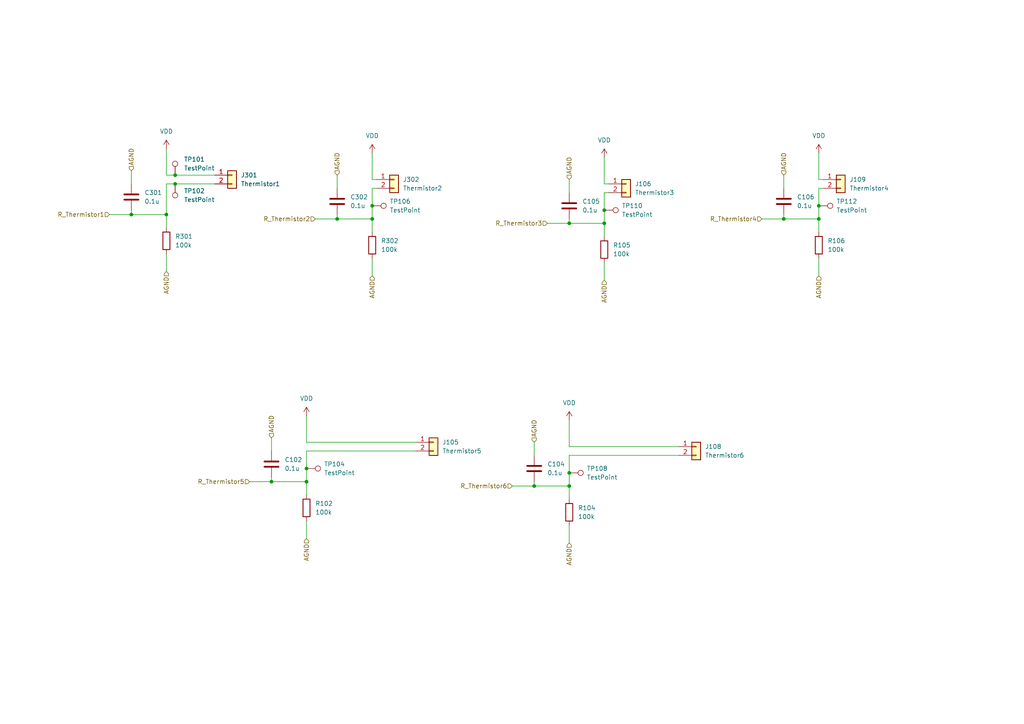
<source format=kicad_sch>
(kicad_sch (version 20250114) (generator "eeschema") (generator_version "9.0")
  (paper "A4")
  (lib_symbols
    (symbol "Connector:TestPoint" (pin_numbers (hide yes)) (pin_names (offset 0.762) (hide yes))
      (property "Reference" "TP" (at 0 6.858 0))
      (property "Value" "TestPoint" (at 0 5.08 0))
      (symbol "TestPoint_0_1"
        (circle (center 0 3.302) (radius 0.762))
      )
      (symbol "TestPoint_1_1"
        (pin passive line (at 0 0 90) (length 2.54) (name "1") (number "1"))
      )
    )
    (symbol "Connector_Generic:Conn_01x02" (pin_names (offset 1.016) (hide yes))
      (property "Reference" "J" (at 0 2.54 0))
      (property "Value" "Conn_01x02" (at 0 -5.08 0))
      (symbol "Conn_01x02_1_1"
        (rectangle (start -1.27 1.27) (end 1.27 -3.81) (stroke (width 0.254)) (fill (type background)))
        (rectangle (start -1.27 0.127) (end 0 -0.127) (stroke (width 0.1524)))
        (rectangle (start -1.27 -2.413) (end 0 -2.667) (stroke (width 0.1524)))
        (pin passive line (at -5.08 0 0) (length 3.81) (name "Pin_1") (number "1"))
        (pin passive line (at -5.08 -2.54 0) (length 3.81) (name "Pin_2") (number "2"))
      )
    )
    (symbol "Device:C" (pin_numbers (hide yes)) (pin_names (offset 0.254))
      (property "Reference" "C" (at 0.635 2.54 0))
      (property "Value" "C" (at 0.635 -2.54 0))
      (symbol "C_0_1"
        (polyline (pts (xy -2.032 0.762) (xy 2.032 0.762)) (stroke (width 0.508)))
        (polyline (pts (xy -2.032 -0.762) (xy 2.032 -0.762)) (stroke (width 0.508)))
      )
      (symbol "C_1_1"
        (pin passive line (at 0 3.81 270) (length 2.794) (name "~") (number "1"))
        (pin passive line (at 0 -3.81 90) (length 2.794) (name "~") (number "2"))
      )
    )
    (symbol "Device:R" (pin_numbers (hide yes)) (pin_names (offset 0))
      (property "Reference" "R" (at 2.032 0 90))
      (property "Value" "R" (at 0 0 90))
      (symbol "R_0_1"
        (rectangle (start -1.016 -2.54) (end 1.016 2.54) (stroke (width 0.254)))
      )
      (symbol "R_1_1"
        (pin passive line (at 0 3.81 270) (length 1.27) (name "~") (number "1"))
        (pin passive line (at 0 -3.81 90) (length 1.27) (name "~") (number "2"))
      )
    )
    (symbol "power:+3V3" (power) (pin_numbers (hide yes)) (pin_names (offset 0) (hide yes))
      (property "Value" "+3V3" (at 0 3.556 0))
      (symbol "+3V3_0_1"
        (polyline (pts (xy -0.762 1.27) (xy 0 2.54)))
        (polyline (pts (xy 0 2.54) (xy 0.762 1.27)))
        (polyline (pts (xy 0 0) (xy 0 2.54)))
      )
      (symbol "+3V3_1_1"
        (pin power_in line (at 0 0 90) (length 0) (name "~") (number "1"))
      )
    )
  )
  (junction (at 165.1 137.16))
  (junction (at 237.49 63.5))
  (junction (at 175.26 60.96))
  (junction (at 50.8 53.34))
  (junction (at 175.26 64.77))
  (junction (at 88.9 139.7))
  (junction (at 237.49 59.69))
  (junction (at 50.8 50.8))
  (junction (at 38.1 62.23))
  (junction (at 78.74 139.7))
  (junction (at 88.9 135.89))
  (junction (at 165.1 64.77))
  (junction (at 48.26 62.23))
  (junction (at 154.94 140.97))
  (junction (at 107.95 63.5))
  (junction (at 165.1 140.97))
  (junction (at 107.95 59.69))
  (junction (at 97.79 63.5))
  (junction (at 227.33 63.5))
  (wire (pts (xy 78.74 127) (xy 78.74 130.81)))
  (wire (pts (xy 107.95 44.45) (xy 107.95 52.07)))
  (wire (pts (xy 78.74 139.7) (xy 88.9 139.7)))
  (wire (pts (xy 175.26 55.88) (xy 176.53 55.88)))
  (wire (pts (xy 72.39 139.7) (xy 78.74 139.7)))
  (wire (pts (xy 91.44 63.5) (xy 97.79 63.5)))
  (wire (pts (xy 165.1 132.08) (xy 196.85 132.08)))
  (wire (pts (xy 165.1 64.77) (xy 175.26 64.77)))
  (wire (pts (xy 38.1 49.53) (xy 38.1 53.34)))
  (wire (pts (xy 237.49 54.61) (xy 237.49 59.69)))
  (wire (pts (xy 97.79 62.23) (xy 97.79 63.5)))
  (wire (pts (xy 165.1 121.92) (xy 165.1 129.54)))
  (wire (pts (xy 237.49 44.45) (xy 237.49 52.07)))
  (wire (pts (xy 31.75 62.23) (xy 38.1 62.23)))
  (wire (pts (xy 88.9 135.89) (xy 88.9 139.7)))
  (wire (pts (xy 165.1 152.4) (xy 165.1 157.48)))
  (wire (pts (xy 97.79 63.5) (xy 107.95 63.5)))
  (wire (pts (xy 158.75 64.77) (xy 165.1 64.77)))
  (wire (pts (xy 48.26 73.66) (xy 48.26 78.74)))
  (wire (pts (xy 88.9 151.13) (xy 88.9 156.21)))
  (wire (pts (xy 227.33 62.23) (xy 227.33 63.5)))
  (wire (pts (xy 48.26 62.23) (xy 48.26 66.04)))
  (wire (pts (xy 88.9 139.7) (xy 88.9 143.51)))
  (wire (pts (xy 107.95 54.61) (xy 107.95 59.69)))
  (wire (pts (xy 107.95 59.69) (xy 107.95 63.5)))
  (wire (pts (xy 165.1 140.97) (xy 165.1 144.78)))
  (wire (pts (xy 107.95 74.93) (xy 107.95 80.01)))
  (wire (pts (xy 148.59 140.97) (xy 154.94 140.97)))
  (wire (pts (xy 227.33 50.8) (xy 227.33 54.61)))
  (wire (pts (xy 237.49 59.69) (xy 237.49 63.5)))
  (wire (pts (xy 175.26 45.72) (xy 175.26 53.34)))
  (wire (pts (xy 175.26 76.2) (xy 175.26 81.28)))
  (wire (pts (xy 165.1 137.16) (xy 165.1 140.97)))
  (wire (pts (xy 78.74 138.43) (xy 78.74 139.7)))
  (wire (pts (xy 88.9 128.27) (xy 120.65 128.27)))
  (wire (pts (xy 237.49 54.61) (xy 238.76 54.61)))
  (wire (pts (xy 238.76 52.07) (xy 237.49 52.07)))
  (wire (pts (xy 109.22 52.07) (xy 107.95 52.07)))
  (wire (pts (xy 175.26 55.88) (xy 175.26 60.96)))
  (wire (pts (xy 107.95 63.5) (xy 107.95 67.31)))
  (wire (pts (xy 175.26 64.77) (xy 175.26 68.58)))
  (wire (pts (xy 88.9 130.81) (xy 88.9 135.89)))
  (wire (pts (xy 88.9 130.81) (xy 120.65 130.81)))
  (wire (pts (xy 48.26 53.34) (xy 48.26 62.23)))
  (wire (pts (xy 62.23 50.8) (xy 50.8 50.8)))
  (wire (pts (xy 50.8 53.34) (xy 62.23 53.34)))
  (wire (pts (xy 38.1 60.96) (xy 38.1 62.23)))
  (wire (pts (xy 165.1 132.08) (xy 165.1 137.16)))
  (wire (pts (xy 165.1 52.07) (xy 165.1 55.88)))
  (wire (pts (xy 176.53 53.34) (xy 175.26 53.34)))
  (wire (pts (xy 50.8 50.8) (xy 48.26 50.8)))
  (wire (pts (xy 38.1 62.23) (xy 48.26 62.23)))
  (wire (pts (xy 175.26 60.96) (xy 175.26 64.77)))
  (wire (pts (xy 88.9 120.65) (xy 88.9 128.27)))
  (wire (pts (xy 165.1 129.54) (xy 196.85 129.54)))
  (wire (pts (xy 154.94 140.97) (xy 165.1 140.97)))
  (wire (pts (xy 220.98 63.5) (xy 227.33 63.5)))
  (wire (pts (xy 165.1 63.5) (xy 165.1 64.77)))
  (wire (pts (xy 237.49 63.5) (xy 237.49 67.31)))
  (wire (pts (xy 97.79 50.8) (xy 97.79 54.61)))
  (wire (pts (xy 237.49 74.93) (xy 237.49 80.01)))
  (wire (pts (xy 48.26 53.34) (xy 50.8 53.34)))
  (wire (pts (xy 107.95 54.61) (xy 109.22 54.61)))
  (wire (pts (xy 227.33 63.5) (xy 237.49 63.5)))
  (wire (pts (xy 48.26 50.8) (xy 48.26 43.18)))
  (wire (pts (xy 154.94 139.7) (xy 154.94 140.97)))
  (wire (pts (xy 154.94 128.27) (xy 154.94 132.08)))
  (hierarchical_label "R_Thermistor4" (shape input) (at 220.98 63.5 180))
  (hierarchical_label "R_Thermistor1" (shape input) (at 31.75 62.23 180))
  (hierarchical_label "R_Thermistor5" (shape input) (at 72.39 139.7 180))
  (hierarchical_label "AGND" (shape input) (at 107.95 80.01 270))
  (hierarchical_label "AGND" (shape input) (at 97.79 50.8 90))
  (hierarchical_label "R_Thermistor2" (shape input) (at 91.44 63.5 180))
  (hierarchical_label "AGND" (shape input) (at 165.1 157.48 270))
  (hierarchical_label "AGND" (shape input) (at 154.94 128.27 90))
  (hierarchical_label "AGND" (shape input) (at 237.49 80.01 270))
  (hierarchical_label "AGND" (shape input) (at 88.9 156.21 270))
  (hierarchical_label "AGND" (shape input) (at 78.74 127 90))
  (hierarchical_label "AGND" (shape input) (at 165.1 52.07 90))
  (hierarchical_label "AGND" (shape input) (at 38.1 49.53 90))
  (hierarchical_label "AGND" (shape input) (at 48.26 78.74 270))
  (hierarchical_label "AGND" (shape input) (at 227.33 50.8 90))
  (hierarchical_label "R_Thermistor6" (shape input) (at 148.59 140.97 180))
  (hierarchical_label "R_Thermistor3" (shape input) (at 158.75 64.77 180))
  (hierarchical_label "AGND" (shape input) (at 175.26 81.28 270))
  (symbol (lib_id "Device:C") (at 154.94 135.89 0) (unit 1)
    (property "Reference" "C104" (at 158.75 134.6199 0) (effects (justify left)))
    (property "Value" "0.1u" (at 158.75 137.1599 0) (effects (justify left)))
    (property "Footprint" "Capacitor_THT:C_Axial_L3.8mm_D2.6mm_P7.50mm_Horizontal" (effects (hide yes)))
    (property "Description" "Unpolarized capacitor" (effects (hide yes)))
  )
  (symbol (lib_id "power:+3V3") (at 237.49 44.45 0) (unit 1)
    (property "Reference" "#PWR0204" (effects (hide yes)))
    (property "Value" "VDD" (at 237.49 39.37 0))
    (property "Description" "Power symbol creates a global label with name \"+3V3\"" (effects (hide yes)))
  )
  (symbol (lib_id "Connector:TestPoint") (at 237.49 59.69 270) (unit 1)
    (property "Reference" "TP112" (at 242.57 58.4199 90) (effects (justify left)))
    (property "Value" "TestPoint" (at 242.57 60.9599 90) (effects (justify left)))
    (property "Footprint" "Connector_PinHeader_2.54mm:PinHeader_1x01_P2.54mm_Vertical" (effects (hide yes)))
    (property "Description" "test point" (effects (hide yes)))
  )
  (symbol (lib_id "Connector:TestPoint") (at 175.26 60.96 270) (unit 1)
    (property "Reference" "TP110" (at 180.34 59.6899 90) (effects (justify left)))
    (property "Value" "TestPoint" (at 180.34 62.2299 90) (effects (justify left)))
    (property "Footprint" "Connector_PinHeader_2.54mm:PinHeader_1x01_P2.54mm_Vertical" (effects (hide yes)))
    (property "Description" "test point" (effects (hide yes)))
  )
  (symbol (lib_id "Connector:TestPoint") (at 50.8 53.34 180) (unit 1)
    (property "Reference" "TP102" (at 53.34 55.3719 0) (effects (justify right)))
    (property "Value" "TestPoint" (at 53.34 57.9119 0) (effects (justify right)))
    (property "Footprint" "Connector_PinHeader_2.54mm:PinHeader_1x01_P2.54mm_Vertical" (effects (hide yes)))
    (property "Description" "test point" (effects (hide yes)))
  )
  (symbol (lib_id "Connector_Generic:Conn_01x02") (at 67.31 50.8 0) (unit 1)
    (property "Reference" "J102" (at 69.85 50.7999 0) (effects (justify left)))
    (property "Value" "Thermistor1" (at 69.85 53.3399 0) (effects (justify left)))
    (property "Footprint" "Connector_JST:JST_PH_B2B-PH-K_1x02_P2.00mm_Vertical" (effects (hide yes)))
    (property "Description" "Generic connector, single row, 01x02, script generated (kicad-library-utils/schlib/autogen/connector/)" (effects (hide yes)))
    (instances (project "" (path "" (reference "J301") (unit 1))) (project "" (path "" (reference "J102") (unit 1))))
  )
  (symbol (lib_id "Device:C") (at 97.79 58.42 0) (unit 1)
    (property "Reference" "C103" (at 101.6 57.1499 0) (effects (justify left)))
    (property "Value" "0.1u" (at 101.6 59.6899 0) (effects (justify left)))
    (property "Footprint" "Capacitor_THT:C_Axial_L3.8mm_D2.6mm_P7.50mm_Horizontal" (effects (hide yes)))
    (property "Description" "Unpolarized capacitor" (effects (hide yes)))
    (instances (project "heater-controller" (path "" (reference "C302") (unit 1))) (project "heater-controller" (path "" (reference "C103") (unit 1))))
  )
  (symbol (lib_id "Device:C") (at 78.74 134.62 0) (unit 1)
    (property "Reference" "C102" (at 82.55 133.3499 0) (effects (justify left)))
    (property "Value" "0.1u" (at 82.55 135.8899 0) (effects (justify left)))
    (property "Footprint" "Capacitor_THT:C_Axial_L3.8mm_D2.6mm_P7.50mm_Horizontal" (effects (hide yes)))
    (property "Description" "Unpolarized capacitor" (effects (hide yes)))
  )
  (symbol (lib_id "Device:R") (at 175.26 72.39 0) (unit 1)
    (property "Reference" "R105" (at 177.8 71.1199 0) (effects (justify left)))
    (property "Value" "100k" (at 177.8 73.6599 0) (effects (justify left)))
    (property "Footprint" "Resistor_THT:R_Axial_DIN0204_L3.6mm_D1.6mm_P5.08mm_Horizontal" (effects (hide yes)))
    (property "Description" "Resistor" (effects (hide yes)))
  )
  (symbol (lib_id "Connector_Generic:Conn_01x02") (at 181.61 53.34 0) (unit 1)
    (property "Reference" "J106" (at 184.15 53.3399 0) (effects (justify left)))
    (property "Value" "Thermistor3" (at 184.15 55.8799 0) (effects (justify left)))
    (property "Footprint" "Connector_JST:JST_PH_B2B-PH-K_1x02_P2.00mm_Vertical" (effects (hide yes)))
    (property "Description" "Generic connector, single row, 01x02, script generated (kicad-library-utils/schlib/autogen/connector/)" (effects (hide yes)))
  )
  (symbol (lib_id "Device:R") (at 88.9 147.32 0) (unit 1)
    (property "Reference" "R102" (at 91.44 146.0499 0) (effects (justify left)))
    (property "Value" "100k" (at 91.44 148.5899 0) (effects (justify left)))
    (property "Footprint" "Resistor_THT:R_Axial_DIN0204_L3.6mm_D1.6mm_P5.08mm_Horizontal" (effects (hide yes)))
    (property "Description" "Resistor" (effects (hide yes)))
  )
  (symbol (lib_id "Device:R") (at 107.95 71.12 0) (unit 1)
    (property "Reference" "R103" (at 110.49 69.8499 0) (effects (justify left)))
    (property "Value" "100k" (at 110.49 72.3899 0) (effects (justify left)))
    (property "Footprint" "Resistor_THT:R_Axial_DIN0204_L3.6mm_D1.6mm_P5.08mm_Horizontal" (effects (hide yes)))
    (property "Description" "Resistor" (effects (hide yes)))
    (instances (project "heater-controller" (path "" (reference "R302") (unit 1))) (project "heater-controller" (path "" (reference "R103") (unit 1))))
  )
  (symbol (lib_id "Device:R") (at 165.1 148.59 0) (unit 1)
    (property "Reference" "R104" (at 167.64 147.3199 0) (effects (justify left)))
    (property "Value" "100k" (at 167.64 149.8599 0) (effects (justify left)))
    (property "Footprint" "Resistor_THT:R_Axial_DIN0204_L3.6mm_D1.6mm_P5.08mm_Horizontal" (effects (hide yes)))
    (property "Description" "Resistor" (effects (hide yes)))
  )
  (symbol (lib_id "Device:R") (at 237.49 71.12 0) (unit 1)
    (property "Reference" "R106" (at 240.03 69.8499 0) (effects (justify left)))
    (property "Value" "100k" (at 240.03 72.3899 0) (effects (justify left)))
    (property "Footprint" "Resistor_THT:R_Axial_DIN0204_L3.6mm_D1.6mm_P5.08mm_Horizontal" (effects (hide yes)))
    (property "Description" "Resistor" (effects (hide yes)))
  )
  (symbol (lib_id "Device:C") (at 38.1 57.15 0) (unit 1)
    (property "Reference" "C101" (at 41.91 55.8799 0) (effects (justify left)))
    (property "Value" "0.1u" (at 41.91 58.4199 0) (effects (justify left)))
    (property "Footprint" "Capacitor_THT:C_Axial_L3.8mm_D2.6mm_P7.50mm_Horizontal" (effects (hide yes)))
    (property "Description" "Unpolarized capacitor" (effects (hide yes)))
    (instances (project "" (path "" (reference "C301") (unit 1))) (project "" (path "" (reference "C101") (unit 1))))
  )
  (symbol (lib_id "power:+3V3") (at 107.95 44.45 0) (unit 1)
    (property "Reference" "#PWR0202" (effects (hide yes)))
    (property "Value" "VDD" (at 107.95 39.37 0))
    (property "Description" "Power symbol creates a global label with name \"+3V3\"" (effects (hide yes)))
    (instances (project "heater-controller" (path "" (reference "#PWR011") (unit 1))) (project "heater-controller" (path "" (reference "#PWR0202") (unit 1))))
  )
  (symbol (lib_id "Connector_Generic:Conn_01x02") (at 114.3 52.07 0) (unit 1)
    (property "Reference" "J104" (at 116.84 52.0699 0) (effects (justify left)))
    (property "Value" "Thermistor2" (at 116.84 54.6099 0) (effects (justify left)))
    (property "Footprint" "Connector_JST:JST_PH_B2B-PH-K_1x02_P2.00mm_Vertical" (effects (hide yes)))
    (property "Description" "Generic connector, single row, 01x02, script generated (kicad-library-utils/schlib/autogen/connector/)" (effects (hide yes)))
    (instances (project "heater-controller" (path "" (reference "J302") (unit 1))) (project "heater-controller" (path "" (reference "J104") (unit 1))))
  )
  (symbol (lib_id "power:+3V3") (at 48.26 43.18 0) (unit 1)
    (property "Reference" "#PWR0201" (effects (hide yes)))
    (property "Value" "VDD" (at 48.26 38.1 0))
    (property "Description" "Power symbol creates a global label with name \"+3V3\"" (effects (hide yes)))
    (instances (project "" (path "" (reference "#PWR018") (unit 1))) (project "" (path "" (reference "#PWR0201") (unit 1))))
  )
  (symbol (lib_id "Connector_Generic:Conn_01x02") (at 243.84 52.07 0) (unit 1)
    (property "Reference" "J109" (at 246.38 52.0699 0) (effects (justify left)))
    (property "Value" "Thermistor4" (at 246.38 54.6099 0) (effects (justify left)))
    (property "Footprint" "Connector_JST:JST_PH_B2B-PH-K_1x02_P2.00mm_Vertical" (effects (hide yes)))
    (property "Description" "Generic connector, single row, 01x02, script generated (kicad-library-utils/schlib/autogen/connector/)" (effects (hide yes)))
  )
  (symbol (lib_id "Connector:TestPoint") (at 50.8 50.8 0) (unit 1)
    (property "Reference" "TP101" (at 53.34 46.2279 0) (effects (justify left)))
    (property "Value" "TestPoint" (at 53.34 48.7679 0) (effects (justify left)))
    (property "Footprint" "Connector_PinHeader_2.54mm:PinHeader_1x01_P2.54mm_Vertical" (effects (hide yes)))
    (property "Description" "test point" (effects (hide yes)))
  )
  (symbol (lib_id "Connector:TestPoint") (at 107.95 59.69 270) (unit 1)
    (property "Reference" "TP106" (at 113.03 58.4199 90) (effects (justify left)))
    (property "Value" "TestPoint" (at 113.03 60.9599 90) (effects (justify left)))
    (property "Footprint" "Connector_PinHeader_2.54mm:PinHeader_1x01_P2.54mm_Vertical" (effects (hide yes)))
    (property "Description" "test point" (effects (hide yes)))
  )
  (symbol (lib_id "Connector_Generic:Conn_01x02") (at 125.73 128.27 0) (unit 1)
    (property "Reference" "J105" (at 128.27 128.2699 0) (effects (justify left)))
    (property "Value" "Thermistor5" (at 128.27 130.8099 0) (effects (justify left)))
    (property "Footprint" "Connector_JST:JST_PH_B2B-PH-K_1x02_P2.00mm_Vertical" (effects (hide yes)))
    (property "Description" "Generic connector, single row, 01x02, script generated (kicad-library-utils/schlib/autogen/connector/)" (effects (hide yes)))
  )
  (symbol (lib_id "Device:C") (at 227.33 58.42 0) (unit 1)
    (property "Reference" "C106" (at 231.14 57.1499 0) (effects (justify left)))
    (property "Value" "0.1u" (at 231.14 59.6899 0) (effects (justify left)))
    (property "Footprint" "Capacitor_THT:C_Axial_L3.8mm_D2.6mm_P7.50mm_Horizontal" (effects (hide yes)))
    (property "Description" "Unpolarized capacitor" (effects (hide yes)))
  )
  (symbol (lib_id "Connector:TestPoint") (at 165.1 137.16 270) (unit 1)
    (property "Reference" "TP108" (at 170.18 135.8899 90) (effects (justify left)))
    (property "Value" "TestPoint" (at 170.18 138.4299 90) (effects (justify left)))
    (property "Footprint" "Connector_PinHeader_2.54mm:PinHeader_1x01_P2.54mm_Vertical" (effects (hide yes)))
    (property "Description" "test point" (effects (hide yes)))
  )
  (symbol (lib_id "Device:R") (at 48.26 69.85 0) (unit 1)
    (property "Reference" "R101" (at 50.8 68.5799 0) (effects (justify left)))
    (property "Value" "100k" (at 50.8 71.1199 0) (effects (justify left)))
    (property "Footprint" "Resistor_THT:R_Axial_DIN0204_L3.6mm_D1.6mm_P5.08mm_Horizontal" (effects (hide yes)))
    (property "Description" "Resistor" (effects (hide yes)))
    (instances (project "heater-controller" (path "" (reference "R301") (unit 1))) (project "heater-controller" (path "" (reference "R101") (unit 1))))
  )
  (symbol (lib_id "Connector:TestPoint") (at 88.9 135.89 270) (unit 1)
    (property "Reference" "TP104" (at 93.98 134.6199 90) (effects (justify left)))
    (property "Value" "TestPoint" (at 93.98 137.1599 90) (effects (justify left)))
    (property "Footprint" "Connector_PinHeader_2.54mm:PinHeader_1x01_P2.54mm_Vertical" (effects (hide yes)))
    (property "Description" "test point" (effects (hide yes)))
  )
  (symbol (lib_id "power:+3V3") (at 175.26 45.72 0) (unit 1)
    (property "Reference" "#PWR0203" (effects (hide yes)))
    (property "Value" "VDD" (at 175.26 40.64 0))
    (property "Description" "Power symbol creates a global label with name \"+3V3\"" (effects (hide yes)))
  )
  (symbol (lib_id "power:+3V3") (at 165.1 121.92 0) (unit 1)
    (property "Reference" "#PWR0206" (effects (hide yes)))
    (property "Value" "VDD" (at 165.1 116.84 0))
    (property "Description" "Power symbol creates a global label with name \"+3V3\"" (effects (hide yes)))
  )
  (symbol (lib_id "power:+3V3") (at 88.9 120.65 0) (unit 1)
    (property "Reference" "#PWR0205" (effects (hide yes)))
    (property "Value" "VDD" (at 88.9 115.57 0))
    (property "Description" "Power symbol creates a global label with name \"+3V3\"" (effects (hide yes)))
  )
  (symbol (lib_id "Device:C") (at 165.1 59.69 0) (unit 1)
    (property "Reference" "C105" (at 168.91 58.4199 0) (effects (justify left)))
    (property "Value" "0.1u" (at 168.91 60.9599 0) (effects (justify left)))
    (property "Footprint" "Capacitor_THT:C_Axial_L3.8mm_D2.6mm_P7.50mm_Horizontal" (effects (hide yes)))
    (property "Description" "Unpolarized capacitor" (effects (hide yes)))
  )
  (symbol (lib_id "Connector_Generic:Conn_01x02") (at 201.93 129.54 0) (unit 1)
    (property "Reference" "J108" (at 204.47 129.5399 0) (effects (justify left)))
    (property "Value" "Thermistor6" (at 204.47 132.0799 0) (effects (justify left)))
    (property "Footprint" "Connector_JST:JST_PH_B2B-PH-K_1x02_P2.00mm_Vertical" (effects (hide yes)))
    (property "Description" "Generic connector, single row, 01x02, script generated (kicad-library-utils/schlib/autogen/connector/)" (effects (hide yes)))
  )
)
</source>
